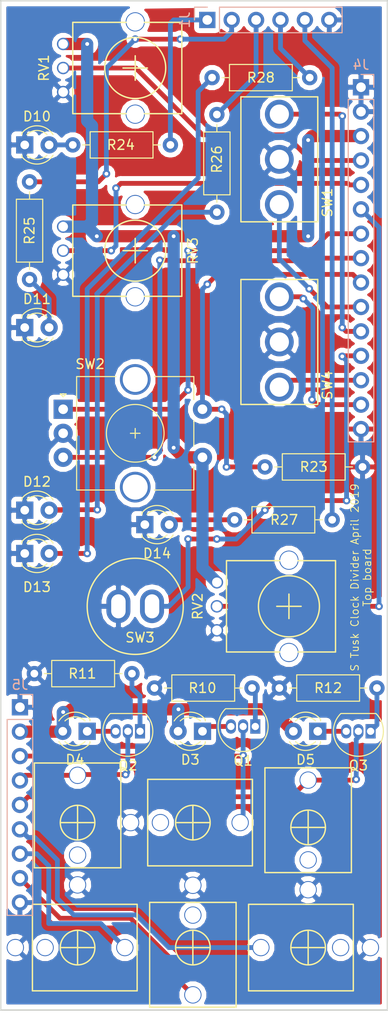
<source format=kicad_pcb>
(kicad_pcb (version 20171130) (host pcbnew "(5.0.1)-3")
  (layers (0 F.Cu signal) (31 B.Cu signal) (34 B.Paste user) (35 F.Paste user) (36 B.SilkS user) (37 F.SilkS user) (38 B.Mask user) (39 F.Mask user) (44 Edge.Cuts user))
  (net 0 "")
  (net 1 +12V)
  (net 2 GND)
  (net 3 "Net-(CV_in1-Pad2)")
  (net 4 /CVin_F)
  (net 5 "Net-(CycleOutJack1-Pad2)")
  (net 6 /OutC_F)
  (net 7 "Net-(D3-Pad1)")
  (net 8 "Net-(D4-Pad1)")
  (net 9 "Net-(D5-Pad1)")
  (net 10 /+3_3V)
  (net 11 /LED_L_F)
  (net 12 /LED_D_F)
  (net 13 /Led_Shi_F)
  (net 14 /Led_ShCV_F)
  (net 15 /LED_Sh_F)
  (net 16 "Net-(DigiOutJack1-Pad2)")
  (net 17 /OutM_F)
  (net 18 /OutT_F)
  (net 19 "Net-(DigiThruJack1-Pad2)")
  (net 20 /SW_OutMode2_F)
  (net 21 /SW_OutMode1_F)
  (net 22 /SW_CVassgn_F)
  (net 23 /SW_DivEuc2_F)
  (net 24 /SW_DivEuc1_F)
  (net 25 /EncoderSw_F)
  (net 26 /EncoderB_F)
  (net 27 /EncoderA_F)
  (net 28 /Pot_CVamt_F)
  (net 29 /Pot_Divisions_F)
  (net 30 /Pot_Length_F)
  (net 31 /CLin_F)
  (net 32 /Rin_F)
  (net 33 "Net-(Q1-Pad1)")
  (net 34 "Net-(Q2-Pad1)")
  (net 35 "Net-(Q3-Pad1)")
  (net 36 "Net-(Reset_In1-Pad2)")
  (net 37 "Net-(Trigger/Clock_in1-Pad2)")
  (net 38 "Net-(D10-Pad2)")
  (net 39 "Net-(D11-Pad2)")
  (net 40 "Net-(D12-Pad2)")
  (net 41 "Net-(D13-Pad2)")
  (net 42 "Net-(D14-Pad2)")
  (module Eurocad:PJ301M-12 (layer F.Cu) (at 47 113.5 90)
    (fp_text reference CV_in1 hide)
    (fp_text value PJ301M-12)
    (pad 3 thru_hole circle (at 0 -4.92 90) (size 1.8 1.8) (drill 1.6) (layers *.Cu *.Mask) (net 4 /CVin_F))
    (pad 1 thru_hole circle (at 0 6.48 90) (size 1.8 1.8) (drill 1.6) (layers *.Cu *.Mask) (net 2 GND))
    (pad 2 thru_hole circle (at 0 3.38 90) (size 1.8 1.8) (drill 1.6) (layers *.Cu *.Mask) (net 3 "Net-(CV_in1-Pad2)"))
  )
  (module Eurocad:PJ301M-12 (layer F.Cu) (at 35 113.5 180)
    (fp_text reference Reset_In1 hide)
    (fp_text value PJ301M-12)
    (pad 3 thru_hole circle (at 0 -4.92 180) (size 1.8 1.8) (drill 1.6) (layers *.Cu *.Mask) (net 32 /Rin_F))
    (pad 1 thru_hole circle (at 0 6.48 180) (size 1.8 1.8) (drill 1.6) (layers *.Cu *.Mask) (net 2 GND))
    (pad 2 thru_hole circle (at 0 3.38 180) (size 1.8 1.8) (drill 1.6) (layers *.Cu *.Mask) (net 36 "Net-(Reset_In1-Pad2)"))
  )
  (module Eurocad:PJ301M-12 (layer F.Cu) (at 23 113.5 270)
    (fp_text reference Trigger/Clock_in1 hide)
    (fp_text value PJ301M-12)
    (pad 3 thru_hole circle (at 0 -4.92 270) (size 1.8 1.8) (drill 1.6) (layers *.Cu *.Mask) (net 31 /CLin_F))
    (pad 1 thru_hole circle (at 0 6.48 270) (size 1.8 1.8) (drill 1.6) (layers *.Cu *.Mask) (net 2 GND))
    (pad 2 thru_hole circle (at 0 3.38 270) (size 1.8 1.8) (drill 1.6) (layers *.Cu *.Mask) (net 37 "Net-(Trigger/Clock_in1-Pad2)"))
  )
  (module Eurocad:PJ301M-12 (layer F.Cu) (at 47 101)
    (fp_text reference DigiThruJack1 hide)
    (fp_text value PJ301M-12)
    (pad 3 thru_hole circle (at 0 -4.92) (size 1.8 1.8) (drill 1.6) (layers *.Cu *.Mask) (net 18 /OutT_F))
    (pad 1 thru_hole circle (at 0 6.48) (size 1.8 1.8) (drill 1.6) (layers *.Cu *.Mask) (net 2 GND))
    (pad 2 thru_hole circle (at 0 3.38) (size 1.8 1.8) (drill 1.6) (layers *.Cu *.Mask) (net 19 "Net-(DigiThruJack1-Pad2)"))
  )
  (module Eurocad:PJ301M-12 (layer F.Cu) (at 35 100.5 270)
    (fp_text reference CycleOutJack1 hide)
    (fp_text value PJ301M-12)
    (pad 3 thru_hole circle (at 0 -4.92 270) (size 1.8 1.8) (drill 1.6) (layers *.Cu *.Mask) (net 6 /OutC_F))
    (pad 1 thru_hole circle (at 0 6.48 270) (size 1.8 1.8) (drill 1.6) (layers *.Cu *.Mask) (net 2 GND))
    (pad 2 thru_hole circle (at 0 3.38 270) (size 1.8 1.8) (drill 1.6) (layers *.Cu *.Mask) (net 5 "Net-(CycleOutJack1-Pad2)"))
  )
  (module Eurocad:PJ301M-12 (layer F.Cu) (at 23 100.5)
    (fp_text reference DigiOutJack1 hide)
    (fp_text value PJ301M-12)
    (pad 3 thru_hole circle (at 0 -4.92) (size 1.8 1.8) (drill 1.6) (layers *.Cu *.Mask) (net 17 /OutM_F))
    (pad 1 thru_hole circle (at 0 6.48) (size 1.8 1.8) (drill 1.6) (layers *.Cu *.Mask) (net 2 GND))
    (pad 2 thru_hole circle (at 0 3.38) (size 1.8 1.8) (drill 1.6) (layers *.Cu *.Mask) (net 16 "Net-(DigiOutJack1-Pad2)"))
  )
  (module Eurocad:Alpha9mmPot (layer F.Cu) (at 29 22 270)
    (fp_text reference RV1 (at 0 9.5 270) (layer F.SilkS))
    (fp_text value 10k)
    (pad "" thru_hole circle (at 4.8 0 270) (size 2 2) (drill 1.8) (layers *.Cu *.Mask))
    (pad "" thru_hole circle (at -4.8 0 270) (size 2 2) (drill 1.8) (layers *.Cu *.Mask))
    (pad 3 thru_hole circle (at 2.5 7.5 270) (size 1.3 1.3) (drill 1) (layers *.Cu *.Mask) (net 2 GND))
    (pad 2 thru_hole circle (at 0 7.5 270) (size 1.3 1.3) (drill 1) (layers *.Cu *.Mask) (net 30 /Pot_Length_F))
    (pad 1 thru_hole circle (at -2.5 7.5 270) (size 1.3 1.3) (drill 1) (layers *.Cu *.Mask) (net 10 /+3_3V))
  )
  (module Eurocad:Alpha9mmPot (layer F.Cu) (at 45 78 270)
    (fp_text reference RV2 (at 0 9.5 270) (layer F.SilkS))
    (fp_text value 10k)
    (pad "" thru_hole circle (at 4.8 0 270) (size 2 2) (drill 1.8) (layers *.Cu *.Mask))
    (pad "" thru_hole circle (at -4.8 0 270) (size 2 2) (drill 1.8) (layers *.Cu *.Mask))
    (pad 3 thru_hole circle (at 2.5 7.5 270) (size 1.3 1.3) (drill 1) (layers *.Cu *.Mask) (net 2 GND))
    (pad 2 thru_hole circle (at 0 7.5 270) (size 1.3 1.3) (drill 1) (layers *.Cu *.Mask) (net 28 /Pot_CVamt_F))
    (pad 1 thru_hole circle (at -2.5 7.5 270) (size 1.3 1.3) (drill 1) (layers *.Cu *.Mask) (net 10 /+3_3V))
  )
  (module Eurocad:Alpha9mmPot (layer F.Cu) (at 29 41 270)
    (fp_text reference RV3 (at 0 -6 270) (layer F.SilkS))
    (fp_text value 10k)
    (pad "" thru_hole circle (at 4.8 0 270) (size 2 2) (drill 1.8) (layers *.Cu *.Mask))
    (pad "" thru_hole circle (at -4.8 0 270) (size 2 2) (drill 1.8) (layers *.Cu *.Mask))
    (pad 3 thru_hole circle (at 2.5 7.5 270) (size 1.3 1.3) (drill 1) (layers *.Cu *.Mask) (net 2 GND))
    (pad 2 thru_hole circle (at 0 7.5 270) (size 1.3 1.3) (drill 1) (layers *.Cu *.Mask) (net 29 /Pot_Divisions_F))
    (pad 1 thru_hole circle (at -2.5 7.5 270) (size 1.3 1.3) (drill 1) (layers *.Cu *.Mask) (net 10 /+3_3V))
  )
  (module Resistor_THT:R_Axial_DIN0207_L6.3mm_D2.5mm_P10.16mm_Horizontal (layer F.Cu) (at 39.34 69)
    (fp_text reference R27 (at 5.16 0) (layer F.SilkS))
    (fp_text value 330)
    (pad 1 thru_hole circle (at 0 0) (size 1.6 1.6) (drill 0.8) (layers *.Cu *.Mask) (net 42 "Net-(D14-Pad2)"))
    (pad 2 thru_hole oval (at 10.16 0) (size 1.6 1.6) (drill 0.8) (layers *.Cu *.Mask) (net 15 /LED_Sh_F))
  )
  (module LED_THT:LED_D3.0mm (layer F.Cu) (at 36 91 180)
    (fp_text reference D3 (at 1.27 -2.96 180) (layer F.SilkS))
    (fp_text value LED)
    (pad 2 thru_hole circle (at 2.54 0 180) (size 1.8 1.8) (drill 0.9) (layers *.Cu *.Mask) (net 1 +12V))
    (pad 1 thru_hole rect (at 0 0 180) (size 1.8 1.8) (drill 0.9) (layers *.Cu *.Mask) (net 7 "Net-(D3-Pad1)"))
  )
  (module LED_THT:LED_D3.0mm (layer F.Cu) (at 24 91 180)
    (fp_text reference D4 (at 1.27 -2.96 180) (layer F.SilkS))
    (fp_text value LED)
    (pad 1 thru_hole rect (at 0 0 180) (size 1.8 1.8) (drill 0.9) (layers *.Cu *.Mask) (net 8 "Net-(D4-Pad1)"))
    (pad 2 thru_hole circle (at 2.54 0 180) (size 1.8 1.8) (drill 0.9) (layers *.Cu *.Mask) (net 1 +12V))
  )
  (module LED_THT:LED_D3.0mm (layer F.Cu) (at 48 91 180)
    (fp_text reference D5 (at 1.27 -2.96 180) (layer F.SilkS))
    (fp_text value LED)
    (pad 2 thru_hole circle (at 2.54 0 180) (size 1.8 1.8) (drill 0.9) (layers *.Cu *.Mask) (net 1 +12V))
    (pad 1 thru_hole rect (at 0 0 180) (size 1.8 1.8) (drill 0.9) (layers *.Cu *.Mask) (net 9 "Net-(D5-Pad1)"))
  )
  (module LED_THT:LED_D3.0mm (layer F.Cu) (at 17.5 30)
    (fp_text reference D10 (at 1.27 -2.96) (layer F.SilkS))
    (fp_text value LED)
    (pad 1 thru_hole rect (at 0 0) (size 1.8 1.8) (drill 0.9) (layers *.Cu *.Mask) (net 2 GND))
    (pad 2 thru_hole circle (at 2.54 0) (size 1.8 1.8) (drill 0.9) (layers *.Cu *.Mask) (net 38 "Net-(D10-Pad2)"))
  )
  (module LED_THT:LED_D3.0mm (layer F.Cu) (at 17.5 49)
    (fp_text reference D11 (at 1.27 -2.96) (layer F.SilkS))
    (fp_text value LED)
    (pad 2 thru_hole circle (at 2.54 0) (size 1.8 1.8) (drill 0.9) (layers *.Cu *.Mask) (net 39 "Net-(D11-Pad2)"))
    (pad 1 thru_hole rect (at 0 0) (size 1.8 1.8) (drill 0.9) (layers *.Cu *.Mask) (net 2 GND))
  )
  (module LED_THT:LED_D3.0mm (layer F.Cu) (at 17.5 68)
    (fp_text reference D12 (at 1.27 -2.96) (layer F.SilkS))
    (fp_text value LED)
    (pad 1 thru_hole rect (at 0 0) (size 1.8 1.8) (drill 0.9) (layers *.Cu *.Mask) (net 2 GND))
    (pad 2 thru_hole circle (at 2.54 0) (size 1.8 1.8) (drill 0.9) (layers *.Cu *.Mask) (net 40 "Net-(D12-Pad2)"))
  )
  (module LED_THT:LED_D3.0mm (layer F.Cu) (at 17.5 72.5)
    (fp_text reference D13 (at 1.27 3.5) (layer F.SilkS))
    (fp_text value LED)
    (pad 1 thru_hole rect (at 0 0) (size 1.8 1.8) (drill 0.9) (layers *.Cu *.Mask) (net 2 GND))
    (pad 2 thru_hole circle (at 2.54 0) (size 1.8 1.8) (drill 0.9) (layers *.Cu *.Mask) (net 41 "Net-(D13-Pad2)"))
  )
  (module LED_THT:LED_D3.0mm (layer F.Cu) (at 30 69.5)
    (fp_text reference D14 (at 1.27 3) (layer F.SilkS))
    (fp_text value LED)
    (pad 2 thru_hole circle (at 2.54 0) (size 1.8 1.8) (drill 0.9) (layers *.Cu *.Mask) (net 42 "Net-(D14-Pad2)"))
    (pad 1 thru_hole rect (at 0 0) (size 1.8 1.8) (drill 0.9) (layers *.Cu *.Mask) (net 2 GND))
  )
  (module Connector_PinHeader_2.54mm:PinHeader_1x06_P2.54mm_Vertical (layer B.Cu) (at 36.5 17 270)
    (fp_text reference J1 (at 0 2.33 270) (layer B.SilkS) (effects (justify mirror)))
    (fp_text value Conn_01x06_Female hide)
    (pad 1 thru_hole rect (at 0 0 270) (size 1.7 1.7) (drill 1) (layers *.Cu *.Mask) (net 11 /LED_L_F))
    (pad 2 thru_hole oval (at 0 -2.54 270) (size 1.7 1.7) (drill 1) (layers *.Cu *.Mask) (net 12 /LED_D_F))
    (pad 3 thru_hole oval (at 0 -5.08 270) (size 1.7 1.7) (drill 1) (layers *.Cu *.Mask) (net 13 /Led_Shi_F))
    (pad 4 thru_hole oval (at 0 -7.62 270) (size 1.7 1.7) (drill 1) (layers *.Cu *.Mask) (net 14 /Led_ShCV_F))
    (pad 5 thru_hole oval (at 0 -10.16 270) (size 1.7 1.7) (drill 1) (layers *.Cu *.Mask) (net 15 /LED_Sh_F))
    (pad 6 thru_hole oval (at 0 -12.7 270) (size 1.7 1.7) (drill 1) (layers *.Cu *.Mask) (net 2 GND))
  )
  (module Connector_PinHeader_2.54mm:PinHeader_1x15_P2.54mm_Vertical (layer B.Cu) (at 52.5 24 180)
    (fp_text reference J4 (at 0 2.33 180) (layer B.SilkS) (effects (justify mirror)))
    (fp_text value Conn_01x15_Female hide)
    (pad 15 thru_hole oval (at 0 -35.56 180) (size 1.7 1.7) (drill 1) (layers *.Cu *.Mask) (net 2 GND))
    (pad 14 thru_hole oval (at 0 -33.02 180) (size 1.7 1.7) (drill 1) (layers *.Cu *.Mask) (net 20 /SW_OutMode2_F))
    (pad 13 thru_hole oval (at 0 -30.48 180) (size 1.7 1.7) (drill 1) (layers *.Cu *.Mask) (net 21 /SW_OutMode1_F))
    (pad 12 thru_hole oval (at 0 -27.94 180) (size 1.7 1.7) (drill 1) (layers *.Cu *.Mask) (net 22 /SW_CVassgn_F))
    (pad 11 thru_hole oval (at 0 -25.4 180) (size 1.7 1.7) (drill 1) (layers *.Cu *.Mask) (net 23 /SW_DivEuc2_F))
    (pad 10 thru_hole oval (at 0 -22.86 180) (size 1.7 1.7) (drill 1) (layers *.Cu *.Mask) (net 24 /SW_DivEuc1_F))
    (pad 9 thru_hole oval (at 0 -20.32 180) (size 1.7 1.7) (drill 1) (layers *.Cu *.Mask) (net 25 /EncoderSw_F))
    (pad 8 thru_hole oval (at 0 -17.78 180) (size 1.7 1.7) (drill 1) (layers *.Cu *.Mask) (net 26 /EncoderB_F))
    (pad 7 thru_hole oval (at 0 -15.24 180) (size 1.7 1.7) (drill 1) (layers *.Cu *.Mask) (net 27 /EncoderA_F))
    (pad 6 thru_hole oval (at 0 -12.7 180) (size 1.7 1.7) (drill 1) (layers *.Cu *.Mask) (net 28 /Pot_CVamt_F))
    (pad 5 thru_hole oval (at 0 -10.16 180) (size 1.7 1.7) (drill 1) (layers *.Cu *.Mask) (net 29 /Pot_Divisions_F))
    (pad 4 thru_hole oval (at 0 -7.62 180) (size 1.7 1.7) (drill 1) (layers *.Cu *.Mask) (net 30 /Pot_Length_F))
    (pad 3 thru_hole oval (at 0 -5.08 180) (size 1.7 1.7) (drill 1) (layers *.Cu *.Mask) (net 10 /+3_3V))
    (pad 2 thru_hole oval (at 0 -2.54 180) (size 1.7 1.7) (drill 1) (layers *.Cu *.Mask) (net 2 GND))
    (pad 1 thru_hole rect (at 0 0 180) (size 1.7 1.7) (drill 1) (layers *.Cu *.Mask) (net 2 GND))
  )
  (module Connector_PinHeader_2.54mm:PinHeader_1x09_P2.54mm_Vertical (layer B.Cu) (at 17 88.5 180)
    (fp_text reference J5 (at 0 2.33 180) (layer B.SilkS) (effects (justify mirror)))
    (fp_text value Conn_01x09_Female hide)
    (pad 1 thru_hole rect (at 0 0 180) (size 1.7 1.7) (drill 1) (layers *.Cu *.Mask) (net 2 GND))
    (pad 2 thru_hole oval (at 0 -2.54 180) (size 1.7 1.7) (drill 1) (layers *.Cu *.Mask) (net 1 +12V))
    (pad 3 thru_hole oval (at 0 -5.08 180) (size 1.7 1.7) (drill 1) (layers *.Cu *.Mask) (net 6 /OutC_F))
    (pad 4 thru_hole oval (at 0 -7.62 180) (size 1.7 1.7) (drill 1) (layers *.Cu *.Mask) (net 17 /OutM_F))
    (pad 5 thru_hole oval (at 0 -10.16 180) (size 1.7 1.7) (drill 1) (layers *.Cu *.Mask) (net 18 /OutT_F))
    (pad 6 thru_hole oval (at 0 -12.7 180) (size 1.7 1.7) (drill 1) (layers *.Cu *.Mask) (net 4 /CVin_F))
    (pad 7 thru_hole oval (at 0 -15.24 180) (size 1.7 1.7) (drill 1) (layers *.Cu *.Mask) (net 31 /CLin_F))
    (pad 8 thru_hole oval (at 0 -17.78 180) (size 1.7 1.7) (drill 1) (layers *.Cu *.Mask) (net 32 /Rin_F))
    (pad 9 thru_hole oval (at 0 -20.32 180) (size 1.7 1.7) (drill 1) (layers *.Cu *.Mask) (net 2 GND))
  )
  (module Package_TO_SOT_THT:TO-92_Inline (layer F.Cu) (at 41.5 90.5 180)
    (fp_text reference Q1 (at 1.27 -3.56 180) (layer F.SilkS))
    (fp_text value 2N3904)
    (pad 2 thru_hole oval (at 1.27 0 180) (size 1.05 1.5) (drill 0.75) (layers *.Cu *.Mask) (net 6 /OutC_F))
    (pad 3 thru_hole oval (at 2.54 0 180) (size 1.05 1.5) (drill 0.75) (layers *.Cu *.Mask) (net 7 "Net-(D3-Pad1)"))
    (pad 1 thru_hole rect (at 0 0 180) (size 1.05 1.5) (drill 0.75) (layers *.Cu *.Mask) (net 33 "Net-(Q1-Pad1)"))
  )
  (module Package_TO_SOT_THT:TO-92_Inline (layer F.Cu) (at 29.5 91 180)
    (fp_text reference Q2 (at 1.27 -3.56 180) (layer F.SilkS))
    (fp_text value 2N3904)
    (pad 2 thru_hole oval (at 1.27 0 180) (size 1.05 1.5) (drill 0.75) (layers *.Cu *.Mask) (net 17 /OutM_F))
    (pad 3 thru_hole oval (at 2.54 0 180) (size 1.05 1.5) (drill 0.75) (layers *.Cu *.Mask) (net 8 "Net-(D4-Pad1)"))
    (pad 1 thru_hole rect (at 0 0 180) (size 1.05 1.5) (drill 0.75) (layers *.Cu *.Mask) (net 34 "Net-(Q2-Pad1)"))
  )
  (module Package_TO_SOT_THT:TO-92_Inline (layer F.Cu) (at 53.5 91 180)
    (fp_text reference Q3 (at 1.27 -3.56 180) (layer F.SilkS))
    (fp_text value 2N3904)
    (pad 1 thru_hole rect (at 0 0 180) (size 1.05 1.5) (drill 0.75) (layers *.Cu *.Mask) (net 35 "Net-(Q3-Pad1)"))
    (pad 3 thru_hole oval (at 2.54 0 180) (size 1.05 1.5) (drill 0.75) (layers *.Cu *.Mask) (net 9 "Net-(D5-Pad1)"))
    (pad 2 thru_hole oval (at 1.27 0 180) (size 1.05 1.5) (drill 0.75) (layers *.Cu *.Mask) (net 18 /OutT_F))
  )
  (module Resistor_THT:R_Axial_DIN0207_L6.3mm_D2.5mm_P10.16mm_Horizontal (layer F.Cu) (at 31 86.5)
    (fp_text reference R10 (at 5 0) (layer F.SilkS))
    (fp_text value 15k)
    (pad 2 thru_hole oval (at 10.16 0) (size 1.6 1.6) (drill 0.8) (layers *.Cu *.Mask) (net 33 "Net-(Q1-Pad1)"))
    (pad 1 thru_hole circle (at 0 0) (size 1.6 1.6) (drill 0.8) (layers *.Cu *.Mask) (net 2 GND))
  )
  (module Resistor_THT:R_Axial_DIN0207_L6.3mm_D2.5mm_P10.16mm_Horizontal (layer F.Cu) (at 18.5 85)
    (fp_text reference R11 (at 5 0) (layer F.SilkS))
    (fp_text value 15k)
    (pad 1 thru_hole circle (at 0 0) (size 1.6 1.6) (drill 0.8) (layers *.Cu *.Mask) (net 2 GND))
    (pad 2 thru_hole oval (at 10.16 0) (size 1.6 1.6) (drill 0.8) (layers *.Cu *.Mask) (net 34 "Net-(Q2-Pad1)"))
  )
  (module Resistor_THT:R_Axial_DIN0207_L6.3mm_D2.5mm_P10.16mm_Horizontal (layer F.Cu) (at 44 86.5)
    (fp_text reference R12 (at 5.08 0) (layer F.SilkS))
    (fp_text value 15k)
    (pad 2 thru_hole oval (at 10.16 0) (size 1.6 1.6) (drill 0.8) (layers *.Cu *.Mask) (net 35 "Net-(Q3-Pad1)"))
    (pad 1 thru_hole circle (at 0 0) (size 1.6 1.6) (drill 0.8) (layers *.Cu *.Mask) (net 2 GND))
  )
  (module Resistor_THT:R_Axial_DIN0207_L6.3mm_D2.5mm_P10.16mm_Horizontal (layer F.Cu) (at 42.5 63.5)
    (fp_text reference R23 (at 5.08 0) (layer F.SilkS))
    (fp_text value 100k)
    (pad 2 thru_hole oval (at 10.16 0) (size 1.6 1.6) (drill 0.8) (layers *.Cu *.Mask) (net 2 GND))
    (pad 1 thru_hole circle (at 0 0) (size 1.6 1.6) (drill 0.8) (layers *.Cu *.Mask) (net 25 /EncoderSw_F))
  )
  (module Resistor_THT:R_Axial_DIN0207_L6.3mm_D2.5mm_P10.16mm_Horizontal (layer F.Cu) (at 22.5 30)
    (fp_text reference R24 (at 5 0) (layer F.SilkS))
    (fp_text value 1k)
    (pad 2 thru_hole oval (at 10.16 0) (size 1.6 1.6) (drill 0.8) (layers *.Cu *.Mask) (net 11 /LED_L_F))
    (pad 1 thru_hole circle (at 0 0) (size 1.6 1.6) (drill 0.8) (layers *.Cu *.Mask) (net 38 "Net-(D10-Pad2)"))
  )
  (module Resistor_THT:R_Axial_DIN0207_L6.3mm_D2.5mm_P10.16mm_Horizontal (layer F.Cu) (at 18 44 90)
    (fp_text reference R25 (at 5.08 0 90) (layer F.SilkS))
    (fp_text value 1k)
    (pad 1 thru_hole circle (at 0 0 90) (size 1.6 1.6) (drill 0.8) (layers *.Cu *.Mask) (net 39 "Net-(D11-Pad2)"))
    (pad 2 thru_hole oval (at 10.16 0 90) (size 1.6 1.6) (drill 0.8) (layers *.Cu *.Mask) (net 12 /LED_D_F))
  )
  (module Resistor_THT:R_Axial_DIN0207_L6.3mm_D2.5mm_P10.16mm_Horizontal (layer F.Cu) (at 37.5 37 90)
    (fp_text reference R26 (at 5.5 0 90) (layer F.SilkS))
    (fp_text value 1k)
    (pad 2 thru_hole oval (at 10.16 0 90) (size 1.6 1.6) (drill 0.8) (layers *.Cu *.Mask) (net 13 /Led_Shi_F))
    (pad 1 thru_hole circle (at 0 0 90) (size 1.6 1.6) (drill 0.8) (layers *.Cu *.Mask) (net 40 "Net-(D12-Pad2)"))
  )
  (module Resistor_THT:R_Axial_DIN0207_L6.3mm_D2.5mm_P10.16mm_Horizontal (layer F.Cu) (at 37 23)
    (fp_text reference R28 (at 5.08 0) (layer F.SilkS))
    (fp_text value 1k)
    (pad 1 thru_hole circle (at 0 0) (size 1.6 1.6) (drill 0.8) (layers *.Cu *.Mask) (net 41 "Net-(D13-Pad2)"))
    (pad 2 thru_hole oval (at 10.16 0) (size 1.6 1.6) (drill 0.8) (layers *.Cu *.Mask) (net 14 /Led_ShCV_F))
  )
  (module "Eurocad:SPDT toggle on-off-on" (layer F.Cu) (at 44 31.5 90)
    (fp_text reference SW1 (at -4.5 5 90) (layer F.SilkS))
    (fp_text value SW_SPDT_MSM)
    (pad 3 thru_hole circle (at 4.7 0 90) (size 3 3) (drill 2) (layers *.Cu *.Mask) (net 23 /SW_DivEuc2_F))
    (pad 2 thru_hole circle (at 0 0 90) (size 3 3) (drill 2) (layers *.Cu *.Mask) (net 2 GND))
    (pad 1 thru_hole circle (at -4.7 0 90) (size 3 3) (drill 2) (layers *.Cu *.Mask) (net 24 /SW_DivEuc1_F))
  )
  (module Eurocad:RotaryEncoder_Alps_EC11E-Switch_Vertical_H20mm_CircularMountingHoles (layer F.Cu) (at 21.5 57.5)
    (fp_text reference SW2 (at 2.8 -4.7) (layer F.SilkS))
    (fp_text value Rotary_Encoder_Switch)
    (pad A thru_hole rect (at 0 0) (size 2 2) (drill 1) (layers *.Cu *.Mask) (net 27 /EncoderA_F))
    (pad C thru_hole circle (at 0 2.5) (size 2 2) (drill 1) (layers *.Cu *.Mask) (net 2 GND))
    (pad B thru_hole circle (at 0 5) (size 2 2) (drill 1) (layers *.Cu *.Mask) (net 26 /EncoderB_F))
    (pad "" thru_hole circle (at 7.5 -3.1) (size 3.2 3.2) (drill 2.6) (layers *.Cu *.Mask))
    (pad "" thru_hole circle (at 7.5 8.1) (size 3.2 3.2) (drill 2.6) (layers *.Cu *.Mask))
    (pad S2 thru_hole circle (at 14.5 0) (size 2 2) (drill 1) (layers *.Cu *.Mask) (net 25 /EncoderSw_F))
    (pad S1 thru_hole circle (at 14.5 5) (size 2 2) (drill 1) (layers *.Cu *.Mask) (net 10 /+3_3V))
  )
  (module "Eurocad:SPST momentary push PBS105" (layer F.Cu) (at 29 78)
    (fp_text reference SW3 (at 0.5 3.25) (layer F.SilkS))
    (fp_text value SW_SPST)
    (pad 1 thru_hole oval (at -1.75 0) (size 2.5 3.5) (drill oval 1.5 2.5) (layers *.Cu *.Mask) (net 2 GND))
    (pad 2 thru_hole oval (at 1.75 0) (size 2.5 3.5) (drill oval 1.5 2.5) (layers *.Cu *.Mask) (net 22 /SW_CVassgn_F))
  )
  (module "Eurocad:SPDT toggle on-off-on" (layer F.Cu) (at 44 50.5 90)
    (fp_text reference SW4 (at -4.5 5 90) (layer F.SilkS))
    (fp_text value SW_SPDT_MSM)
    (pad 1 thru_hole circle (at -4.7 0 90) (size 3 3) (drill 2) (layers *.Cu *.Mask) (net 21 /SW_OutMode1_F))
    (pad 2 thru_hole circle (at 0 0 90) (size 3 3) (drill 2) (layers *.Cu *.Mask) (net 2 GND))
    (pad 3 thru_hole circle (at 4.7 0 90) (size 3 3) (drill 2) (layers *.Cu *.Mask) (net 20 /SW_OutMode2_F))
  )
  (gr_text "S Tusk Clock Divider April 2019\nTop board" (at 52.5 75 90) (layer F.SilkS) (effects (font (size 0.8 0.8) (thickness 0.1))))
  (gr_line (start 55.25 15) (end 55.25 120) (layer Edge.Cuts) (width 0.15))
  (gr_line (start 15 15) (end 55.25 15) (layer Edge.Cuts) (width 0.15))
  (gr_line (start 15 120) (end 55.25 120) (layer Edge.Cuts) (width 0.15))
  (gr_line (start 15 15) (end 15 120) (layer Edge.Cuts) (width 0.15))
  (segment (start 45.5 90.96) (end 45.46 91) (width 0.5) (layer B.Cu) (net 1))
  (segment (start 21.42 91.04) (end 21.46 91) (width 1.27) (layer F.Cu) (net 1))
  (segment (start 17 91.04) (end 21.42 91.04) (width 1.27) (layer F.Cu) (net 1))
  (segment (start 22.065685 89) (end 22.350695 88.71499) (width 1.27) (layer F.Cu) (net 1))
  (segment (start 21.5 89) (end 22.065685 89) (width 1.27) (layer F.Cu) (net 1))
  (segment (start 22.350695 88.71499) (end 33.5 88.71499) (width 1.27) (layer F.Cu) (net 1))
  (via (at 33.5 88.71499) (size 1.2) (drill 0.4) (layers F.Cu B.Cu) (net 1))
  (segment (start 33.46 91) (end 33.46 88.75499) (width 1.27) (layer B.Cu) (net 1))
  (segment (start 33.46 88.75499) (end 33.5 88.71499) (width 1.27) (layer B.Cu) (net 1))
  (via (at 21.5 89) (size 1.2) (drill 0.4) (layers F.Cu B.Cu) (net 1))
  (segment (start 21.46 91) (end 21.46 89.04) (width 1.27) (layer B.Cu) (net 1))
  (segment (start 21.46 89.04) (end 21.5 89) (width 1.27) (layer B.Cu) (net 1))
  (segment (start 43.17499 88.71499) (end 45.46 91) (width 1.27) (layer F.Cu) (net 1))
  (segment (start 33.5 88.71499) (end 43.17499 88.71499) (width 1.27) (layer F.Cu) (net 1))
  (segment (start 35.46 107.48) (end 35 107.02) (width 0.5) (layer F.Cu) (net 2))
  (segment (start 29.09999 110.09999) (end 32.5 113.5) (width 0.5) (layer B.Cu) (net 4))
  (segment (start 17.849999 102.049999) (end 18.549999 102.049999) (width 0.5) (layer B.Cu) (net 4))
  (segment (start 18.549999 102.049999) (end 20.90001 104.40001) (width 0.5) (layer B.Cu) (net 4))
  (segment (start 32.5 113.5) (end 42.08 113.5) (width 0.5) (layer B.Cu) (net 4))
  (segment (start 20.90001 104.40001) (end 20.90001 108.40001) (width 0.5) (layer B.Cu) (net 4))
  (segment (start 20.90001 108.40001) (end 22.59999 110.09999) (width 0.5) (layer B.Cu) (net 4))
  (segment (start 22.59999 110.09999) (end 29.09999 110.09999) (width 0.5) (layer B.Cu) (net 4))
  (segment (start 17 101.2) (end 17.849999 102.049999) (width 0.5) (layer B.Cu) (net 4))
  (segment (start 40.23 100.19) (end 39.92 100.5) (width 0.5) (layer B.Cu) (net 6))
  (via (at 40.23 93.5) (size 0.8) (drill 0.4) (layers F.Cu B.Cu) (net 6))
  (segment (start 40.15 93.58) (end 40.23 93.5) (width 0.5) (layer F.Cu) (net 6))
  (segment (start 17 93.58) (end 40.15 93.58) (width 0.5) (layer F.Cu) (net 6))
  (segment (start 40.23 90.5) (end 40.23 93.5) (width 0.5) (layer B.Cu) (net 6))
  (segment (start 40.23 93.5) (end 40.23 100.19) (width 0.5) (layer B.Cu) (net 6))
  (segment (start 36.5 90.5) (end 36 91) (width 0.5) (layer F.Cu) (net 7))
  (segment (start 38.96 90.5) (end 36.5 90.5) (width 0.5) (layer F.Cu) (net 7))
  (segment (start 24 91) (end 26.96 91) (width 0.5) (layer F.Cu) (net 8))
  (segment (start 50.96 91) (end 48 91) (width 0.5) (layer F.Cu) (net 9))
  (via (at 47 39.5) (size 1.2) (drill 0.4) (layers F.Cu B.Cu) (net 10))
  (via (at 25 39.5) (size 1.2) (drill 0.4) (layers F.Cu B.Cu) (net 10))
  (via (at 24 19.5) (size 1.2) (drill 0.4) (layers F.Cu B.Cu) (net 10))
  (segment (start 24 38.5) (end 25 39.5) (width 1.27) (layer B.Cu) (net 10))
  (segment (start 21.5 38.5) (end 24 38.5) (width 1.27) (layer B.Cu) (net 10))
  (via (at 33 61.5) (size 1.2) (drill 0.4) (layers F.Cu B.Cu) (net 10))
  (segment (start 36 62.5) (end 34 62.5) (width 1.27) (layer F.Cu) (net 10))
  (segment (start 34 62.5) (end 33 61.5) (width 1.27) (layer F.Cu) (net 10))
  (via (at 33 39.5) (size 1.2) (drill 0.4) (layers F.Cu B.Cu) (net 10))
  (segment (start 33 61.5) (end 33 39.5) (width 1.27) (layer B.Cu) (net 10))
  (segment (start 47 39.5) (end 33 39.5) (width 1.27) (layer F.Cu) (net 10))
  (segment (start 33 39.5) (end 25 39.5) (width 1.27) (layer F.Cu) (net 10))
  (segment (start 36.850001 74.850001) (end 37.5 75.5) (width 1.27) (layer B.Cu) (net 10))
  (segment (start 36 74) (end 36.850001 74.850001) (width 1.27) (layer B.Cu) (net 10))
  (segment (start 36 62.5) (end 36 74) (width 1.27) (layer B.Cu) (net 10))
  (via (at 47 29.5) (size 1.2) (drill 0.4) (layers F.Cu B.Cu) (net 10))
  (segment (start 52.5 29.08) (end 47.42 29.08) (width 1.27) (layer F.Cu) (net 10))
  (segment (start 47.42 29.08) (end 47 29.5) (width 1.27) (layer F.Cu) (net 10))
  (segment (start 47 29.5) (end 47 34) (width 1.27) (layer B.Cu) (net 10))
  (segment (start 47 33.5) (end 47 34) (width 1.27) (layer B.Cu) (net 10))
  (segment (start 47 34) (end 47 39.5) (width 1.27) (layer B.Cu) (net 10))
  (segment (start 21.5 19.5) (end 24 19.5) (width 1.27) (layer F.Cu) (net 10))
  (segment (start 24 19.5) (end 24 27.5) (width 1.27) (layer B.Cu) (net 10))
  (segment (start 24 27.5) (end 24.5 28) (width 1.27) (layer B.Cu) (net 10))
  (segment (start 24.5 38) (end 24 38.5) (width 1.27) (layer B.Cu) (net 10))
  (segment (start 24.5 28) (end 24.5 38) (width 1.27) (layer B.Cu) (net 10))
  (segment (start 36.5 17) (end 33 17) (width 0.5) (layer B.Cu) (net 11))
  (segment (start 32.66 17.34) (end 32.66 30) (width 0.5) (layer B.Cu) (net 11))
  (segment (start 33 17) (end 32.66 17.34) (width 0.5) (layer B.Cu) (net 11))
  (via (at 33.71 19) (size 0.8) (drill 0.4) (layers F.Cu B.Cu) (net 12))
  (segment (start 38.242081 19) (end 33.71 19) (width 0.5) (layer B.Cu) (net 12))
  (segment (start 39.04 17) (end 39.04 18.202081) (width 0.5) (layer B.Cu) (net 12))
  (segment (start 39.04 18.202081) (end 38.242081 19) (width 0.5) (layer B.Cu) (net 12))
  (via (at 29 19) (size 0.8) (drill 0.4) (layers F.Cu B.Cu) (net 12))
  (segment (start 33.71 19) (end 29 19) (width 0.5) (layer F.Cu) (net 12))
  (via (at 26 33) (size 0.8) (drill 0.4) (layers F.Cu B.Cu) (net 12))
  (segment (start 26 27.357998) (end 26 33) (width 0.5) (layer B.Cu) (net 12))
  (segment (start 29 19) (end 26 22) (width 0.5) (layer B.Cu) (net 12))
  (segment (start 26 22) (end 26 27.357998) (width 0.5) (layer B.Cu) (net 12))
  (segment (start 25.16 33.84) (end 18 33.84) (width 0.5) (layer F.Cu) (net 12))
  (segment (start 26 33) (end 25.16 33.84) (width 0.5) (layer F.Cu) (net 12))
  (segment (start 41.5 16.58) (end 41.58 16.5) (width 0.5) (layer B.Cu) (net 13))
  (segment (start 41.58 22.76) (end 37.5 26.84) (width 0.5) (layer B.Cu) (net 13))
  (segment (start 41.58 17) (end 41.58 22.76) (width 0.5) (layer B.Cu) (net 13))
  (segment (start 44.12 19.96) (end 47.16 23) (width 0.5) (layer B.Cu) (net 14))
  (segment (start 44.12 17) (end 44.12 19.96) (width 0.5) (layer B.Cu) (net 14))
  (segment (start 46.66 19.16) (end 46.66 16.5) (width 0.5) (layer B.Cu) (net 15))
  (segment (start 49.5 22) (end 46.66 19.16) (width 0.5) (layer B.Cu) (net 15))
  (segment (start 49.5 69) (end 49.5 22) (width 0.5) (layer B.Cu) (net 15))
  (via (at 28 95.5) (size 0.8) (drill 0.4) (layers F.Cu B.Cu) (net 17))
  (segment (start 28.23 91) (end 28.23 95.27) (width 0.5) (layer B.Cu) (net 17))
  (segment (start 28.23 95.27) (end 28 95.5) (width 0.5) (layer B.Cu) (net 17))
  (segment (start 23.08 95.5) (end 23 95.58) (width 0.5) (layer F.Cu) (net 17))
  (segment (start 28 95.5) (end 23.08 95.5) (width 0.5) (layer F.Cu) (net 17))
  (segment (start 17.54 95.58) (end 17 96.12) (width 0.5) (layer F.Cu) (net 17))
  (segment (start 23 95.58) (end 17.54 95.58) (width 0.5) (layer F.Cu) (net 17))
  (via (at 52 96) (size 0.8) (drill 0.4) (layers F.Cu B.Cu) (net 18))
  (segment (start 47 96.08) (end 51.92 96.08) (width 0.5) (layer F.Cu) (net 18))
  (segment (start 51.92 96.08) (end 52 96) (width 0.5) (layer F.Cu) (net 18))
  (segment (start 52.23 91.616715) (end 52.23 91) (width 0.5) (layer B.Cu) (net 18))
  (segment (start 52 91.846715) (end 52.23 91.616715) (width 0.5) (layer B.Cu) (net 18))
  (segment (start 52 96) (end 52 91.846715) (width 0.5) (layer B.Cu) (net 18))
  (segment (start 17 98.66) (end 17.189999 98.66) (width 0.5) (layer F.Cu) (net 18))
  (segment (start 46.100001 96.979999) (end 47 96.08) (width 0.5) (layer F.Cu) (net 18))
  (segment (start 45.269999 97.810001) (end 46.100001 96.979999) (width 0.5) (layer F.Cu) (net 18))
  (segment (start 17.849999 97.810001) (end 45.269999 97.810001) (width 0.5) (layer F.Cu) (net 18))
  (segment (start 17 98.66) (end 17.849999 97.810001) (width 0.5) (layer F.Cu) (net 18))
  (via (at 46.5 46) (size 0.8) (drill 0.4) (layers F.Cu B.Cu) (net 20))
  (segment (start 44 45.8) (end 46.3 45.8) (width 0.5) (layer F.Cu) (net 20))
  (segment (start 46.3 45.8) (end 46.5 46) (width 0.5) (layer F.Cu) (net 20))
  (segment (start 46.5 46) (end 47.5 47) (width 0.5) (layer B.Cu) (net 20))
  (via (at 47.399999 56.5) (size 0.8) (drill 0.4) (layers F.Cu B.Cu) (net 20))
  (segment (start 47.5 47) (end 47.5 56.399999) (width 0.5) (layer B.Cu) (net 20))
  (segment (start 47.5 56.399999) (end 47.399999 56.5) (width 0.5) (layer B.Cu) (net 20))
  (segment (start 47.919999 57.02) (end 52.5 57.02) (width 0.5) (layer F.Cu) (net 20))
  (segment (start 47.399999 56.5) (end 47.919999 57.02) (width 0.5) (layer F.Cu) (net 20))
  (segment (start 44.72 54.48) (end 44 55.2) (width 0.5) (layer F.Cu) (net 21))
  (segment (start 52.5 54.48) (end 44.72 54.48) (width 0.5) (layer F.Cu) (net 21))
  (via (at 50.55 52) (size 0.8) (drill 0.4) (layers F.Cu B.Cu) (net 22))
  (segment (start 52.5 51.94) (end 50.61 51.94) (width 0.5) (layer F.Cu) (net 22))
  (segment (start 50.61 51.94) (end 50.55 52) (width 0.5) (layer F.Cu) (net 22))
  (via (at 51 67) (size 0.8) (drill 0.4) (layers F.Cu B.Cu) (net 22))
  (segment (start 50.55 52) (end 51 52.45) (width 0.5) (layer B.Cu) (net 22))
  (segment (start 51 52.45) (end 51 67) (width 0.5) (layer B.Cu) (net 22))
  (via (at 42.5 68) (size 0.8) (drill 0.4) (layers F.Cu B.Cu) (net 22))
  (segment (start 51 67) (end 43.5 67) (width 0.5) (layer F.Cu) (net 22))
  (segment (start 43.5 67) (end 42.5 68) (width 0.5) (layer F.Cu) (net 22))
  (via (at 37.5 71) (size 0.8) (drill 0.4) (layers F.Cu B.Cu) (net 22))
  (segment (start 42.5 68) (end 39.5 71) (width 0.5) (layer B.Cu) (net 22))
  (segment (start 39.5 71) (end 37.5 71) (width 0.5) (layer B.Cu) (net 22))
  (via (at 34.5 71) (size 0.8) (drill 0.4) (layers F.Cu B.Cu) (net 22))
  (segment (start 37.5 71) (end 34.5 71) (width 0.5) (layer F.Cu) (net 22))
  (segment (start 32.5 78) (end 30.75 78) (width 0.5) (layer B.Cu) (net 22))
  (segment (start 34.5 76) (end 32.5 78) (width 0.5) (layer B.Cu) (net 22))
  (segment (start 34.5 71) (end 34.5 76) (width 0.5) (layer B.Cu) (net 22))
  (via (at 50.55 49) (size 0.8) (drill 0.4) (layers F.Cu B.Cu) (net 23))
  (segment (start 52.5 49.4) (end 50.95 49.4) (width 0.5) (layer F.Cu) (net 23))
  (segment (start 50.95 49.4) (end 50.55 49) (width 0.5) (layer F.Cu) (net 23))
  (via (at 50.55 27) (size 0.8) (drill 0.4) (layers F.Cu B.Cu) (net 23))
  (segment (start 50.55 49) (end 50.55 27) (width 0.5) (layer B.Cu) (net 23))
  (segment (start 44.2 27) (end 44 26.8) (width 0.5) (layer F.Cu) (net 23))
  (segment (start 50.35 26.8) (end 50.55 27) (width 0.5) (layer F.Cu) (net 23))
  (segment (start 44 26.8) (end 50.35 26.8) (width 0.5) (layer F.Cu) (net 23))
  (segment (start 52.5 46.86) (end 48.86 46.86) (width 0.5) (layer F.Cu) (net 24))
  (segment (start 44 42) (end 44 36.2) (width 0.5) (layer B.Cu) (net 24))
  (via (at 47.111039 44.967219) (size 0.8) (drill 0.4) (layers F.Cu B.Cu) (net 24))
  (segment (start 48.86 46.86) (end 48.86 46.71618) (width 0.5) (layer F.Cu) (net 24))
  (segment (start 48.86 46.71618) (end 47.111039 44.967219) (width 0.5) (layer F.Cu) (net 24))
  (segment (start 44.14382 42) (end 44 42) (width 0.5) (layer B.Cu) (net 24))
  (segment (start 47.111039 44.967219) (end 44.14382 42) (width 0.5) (layer B.Cu) (net 24))
  (via (at 38.5 63.5) (size 0.8) (drill 0.4) (layers F.Cu B.Cu) (net 25))
  (segment (start 42.5 63.5) (end 38.5 63.5) (width 0.5) (layer F.Cu) (net 25))
  (via (at 38 57.5) (size 0.8) (drill 0.4) (layers F.Cu B.Cu) (net 25))
  (segment (start 38.5 63.5) (end 38.5 58) (width 0.5) (layer B.Cu) (net 25))
  (segment (start 38.5 58) (end 38 57.5) (width 0.5) (layer B.Cu) (net 25))
  (segment (start 38 57.5) (end 36 57.5) (width 0.5) (layer F.Cu) (net 25))
  (via (at 36.5 44.5) (size 0.8) (drill 0.4) (layers F.Cu B.Cu) (net 25))
  (segment (start 37.529999 43.470001) (end 36.5 44.5) (width 0.5) (layer F.Cu) (net 25))
  (segment (start 52.5 44.32) (end 51.650001 43.470001) (width 0.5) (layer F.Cu) (net 25))
  (segment (start 51.650001 43.470001) (end 37.529999 43.470001) (width 0.5) (layer F.Cu) (net 25))
  (segment (start 36 45) (end 36 57.5) (width 0.5) (layer B.Cu) (net 25))
  (segment (start 36.5 44.5) (end 36 45) (width 0.5) (layer B.Cu) (net 25))
  (segment (start 47.540083 42.050001) (end 33.050001 42.050001) (width 0.5) (layer F.Cu) (net 26))
  (segment (start 52.5 41.78) (end 47.810084 41.78) (width 0.5) (layer F.Cu) (net 26))
  (segment (start 47.810084 41.78) (end 47.540083 42.050001) (width 0.5) (layer F.Cu) (net 26))
  (via (at 31.565 42) (size 0.8) (drill 0.4) (layers F.Cu B.Cu) (net 26))
  (segment (start 33.050001 42.050001) (end 33 42) (width 0.5) (layer F.Cu) (net 26))
  (segment (start 33 42) (end 31.565 42) (width 0.5) (layer F.Cu) (net 26))
  (via (at 31 62.5) (size 0.8) (drill 0.4) (layers F.Cu B.Cu) (net 26))
  (segment (start 31.565 42) (end 31.565 61.935) (width 0.5) (layer B.Cu) (net 26))
  (segment (start 31.565 61.935) (end 31 62.5) (width 0.5) (layer B.Cu) (net 26))
  (segment (start 31 62.5) (end 21.5 62.5) (width 0.5) (layer F.Cu) (net 26))
  (segment (start 52.5 39.24) (end 49.76 39.24) (width 0.5) (layer F.Cu) (net 27))
  (segment (start 49.077278 39.24) (end 47.317278 41) (width 0.5) (layer F.Cu) (net 27))
  (segment (start 49.76 39.24) (end 49.077278 39.24) (width 0.5) (layer F.Cu) (net 27))
  (segment (start 47.317278 41) (end 44.5 41) (width 0.5) (layer F.Cu) (net 27))
  (via (at 34.5 41) (size 0.8) (drill 0.4) (layers F.Cu B.Cu) (net 27))
  (segment (start 44.5 41) (end 34.5 41) (width 0.5) (layer F.Cu) (net 27))
  (via (at 34.5 55.5) (size 0.8) (drill 0.4) (layers F.Cu B.Cu) (net 27))
  (segment (start 34.5 41) (end 34.5 55.5) (width 0.5) (layer B.Cu) (net 27))
  (segment (start 32.5 57.5) (end 21.5 57.5) (width 0.5) (layer F.Cu) (net 27))
  (segment (start 34.5 55.5) (end 32.5 57.5) (width 0.5) (layer F.Cu) (net 27))
  (via (at 54.375 78) (size 0.8) (drill 0.4) (layers F.Cu B.Cu) (net 28))
  (segment (start 37.5 78) (end 54.375 78) (width 0.5) (layer F.Cu) (net 28))
  (segment (start 54.375 38.575) (end 52.5 36.7) (width 0.5) (layer B.Cu) (net 28))
  (segment (start 54.375 78) (end 54.375 38.575) (width 0.5) (layer B.Cu) (net 28))
  (via (at 26.5 41) (size 0.8) (drill 0.4) (layers F.Cu B.Cu) (net 29))
  (segment (start 27 40.5) (end 26.5 41) (width 0.5) (layer B.Cu) (net 29))
  (segment (start 26.5 41) (end 21.5 41) (width 0.5) (layer F.Cu) (net 29))
  (segment (start 51.137919 34) (end 27.5 34) (width 0.5) (layer F.Cu) (net 29))
  (segment (start 52.5 34.16) (end 51.297919 34.16) (width 0.5) (layer F.Cu) (net 29))
  (segment (start 51.297919 34.16) (end 51.137919 34) (width 0.5) (layer F.Cu) (net 29))
  (segment (start 27.5 34) (end 27 34.5) (width 0.5) (layer F.Cu) (net 29))
  (via (at 27 34.5) (size 0.8) (drill 0.4) (layers F.Cu B.Cu) (net 29))
  (segment (start 27 40.5) (end 27 34.5) (width 0.5) (layer B.Cu) (net 29))
  (segment (start 22.419238 22) (end 21.5 22) (width 0.5) (layer F.Cu) (net 30))
  (segment (start 29.054002 22) (end 22.419238 22) (width 0.5) (layer F.Cu) (net 30))
  (segment (start 36.004003 28.950001) (end 29.054002 22) (width 0.5) (layer F.Cu) (net 30))
  (segment (start 44.632003 28.950001) (end 36.004003 28.950001) (width 0.5) (layer F.Cu) (net 30))
  (segment (start 47.302002 31.62) (end 44.632003 28.950001) (width 0.5) (layer F.Cu) (net 30))
  (segment (start 52.5 31.62) (end 47.302002 31.62) (width 0.5) (layer F.Cu) (net 30))
  (segment (start 25.42 111) (end 27.92 113.5) (width 0.5) (layer B.Cu) (net 31))
  (segment (start 20 111) (end 25.42 111) (width 0.5) (layer B.Cu) (net 31))
  (segment (start 20 105) (end 20 111) (width 0.5) (layer B.Cu) (net 31))
  (segment (start 17 103.74) (end 18.74 103.74) (width 0.5) (layer B.Cu) (net 31))
  (segment (start 18.74 103.74) (end 20 105) (width 0.5) (layer B.Cu) (net 31))
  (segment (start 17 106.28) (end 21.170001 110.450001) (width 0.5) (layer F.Cu) (net 32))
  (segment (start 35 118.42) (end 32.58 116) (width 0.5) (layer F.Cu) (net 32))
  (segment (start 32.58 114.530001) (end 28.5 110.450001) (width 0.5) (layer F.Cu) (net 32))
  (segment (start 32.58 116) (end 32.58 114.530001) (width 0.5) (layer F.Cu) (net 32))
  (segment (start 21.170001 110.450001) (end 28.5 110.450001) (width 0.5) (layer F.Cu) (net 32))
  (segment (start 41.5 86.84) (end 41.5 90.5) (width 0.5) (layer B.Cu) (net 33))
  (segment (start 41.16 86.5) (end 41.5 86.84) (width 0.5) (layer B.Cu) (net 33))
  (segment (start 29.5 87.34) (end 29.5 91) (width 0.5) (layer B.Cu) (net 34))
  (segment (start 28.66 86.5) (end 29.5 87.34) (width 0.5) (layer B.Cu) (net 34))
  (segment (start 28.66 86.5) (end 28.66 85) (width 0.5) (layer B.Cu) (net 34))
  (segment (start 54.16 90.34) (end 53.5 91) (width 0.5) (layer B.Cu) (net 35))
  (segment (start 54.16 86.5) (end 54.16 90.34) (width 0.5) (layer B.Cu) (net 35))
  (segment (start 22.5 30) (end 20.04 30) (width 0.5) (layer B.Cu) (net 38))
  (segment (start 20.04 46.04) (end 20.04 49) (width 0.5) (layer B.Cu) (net 39))
  (segment (start 18 44) (end 20.04 46.04) (width 0.5) (layer B.Cu) (net 39))
  (segment (start 20.04 68) (end 21.312792 68) (width 0.5) (layer F.Cu) (net 40))
  (segment (start 21.312792 68) (end 21.362793 67.949999) (width 0.5) (layer F.Cu) (net 40))
  (segment (start 20.090001 67.949999) (end 20.04 68) (width 0.5) (layer F.Cu) (net 40))
  (segment (start 37.5 37) (end 33.5 37) (width 0.5) (layer B.Cu) (net 40))
  (segment (start 33.5 37) (end 25 45.5) (width 0.5) (layer B.Cu) (net 40))
  (via (at 25.05 67.949999) (size 0.8) (drill 0.4) (layers F.Cu B.Cu) (net 40))
  (segment (start 25.05 45.55) (end 25.05 67.949999) (width 0.5) (layer B.Cu) (net 40))
  (segment (start 25 45.5) (end 25.05 45.55) (width 0.5) (layer B.Cu) (net 40))
  (segment (start 25.05 67.949999) (end 20.090001 67.949999) (width 0.5) (layer F.Cu) (net 40))
  (segment (start 35.550001 24.449999) (end 35.550001 33.449999) (width 0.5) (layer B.Cu) (net 41))
  (segment (start 37 23) (end 35.550001 24.449999) (width 0.5) (layer B.Cu) (net 41))
  (via (at 24 72.5) (size 0.8) (drill 0.4) (layers F.Cu B.Cu) (net 41))
  (segment (start 24 45) (end 24 72.5) (width 0.5) (layer B.Cu) (net 41))
  (segment (start 35.550001 33.449999) (end 24 45) (width 0.5) (layer B.Cu) (net 41))
  (segment (start 24 72.5) (end 20.04 72.5) (width 0.5) (layer F.Cu) (net 41))
  (segment (start 33.04 69) (end 32.54 69.5) (width 0.5) (layer F.Cu) (net 42))
  (segment (start 39.34 69) (end 33.04 69) (width 0.5) (layer F.Cu) (net 42))
  (zone (net 2) (net_name GND) (layer F.Cu) (connect_pads (clearance 0.508)) (min_thickness 0.254) (fill yes (arc_segments 16) (thermal_gap 0.508) (thermal_bridge_width 0.508))
    (polygon (pts (xy 17 16) (xy 55 15.5) (xy 55 120) (xy 15 120) (xy 15 15.5)))
  )
  (zone (net 2) (net_name GND) (layer B.Cu) (connect_pads (clearance 0.508)) (min_thickness 0.254) (fill yes (arc_segments 16) (thermal_gap 0.508) (thermal_bridge_width 0.508))
    (polygon (pts (xy 15.5 15.5) (xy 55 15.5) (xy 54.5 119.5) (xy 15.5 119.5)))
  )
)
</source>
